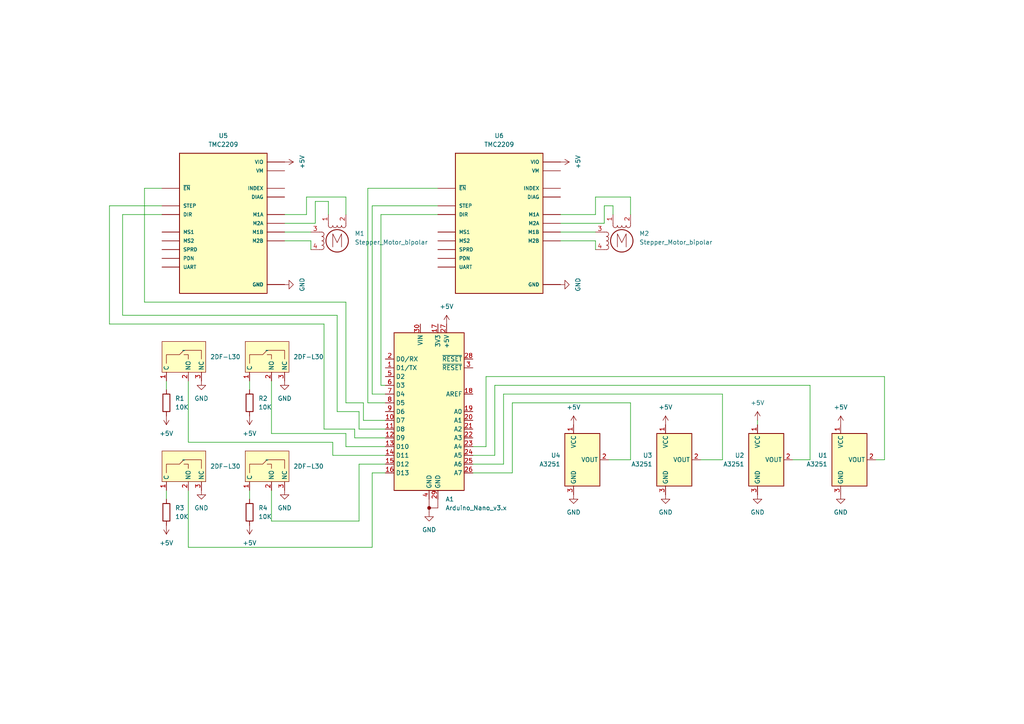
<source format=kicad_sch>
(kicad_sch (version 20230121) (generator eeschema)
  (paper "A4")
  (title_block (title "ANTI PUZZLE") (date "2024-03-18") (comment 1 "•The motor used is a Nema 17") (comment 2 "of the arduino nano") (comment 3 "•Instead of putting the 10K resistors, you can activate the internal pull-up resistors"))
  (lib_symbols
    (symbol "Device:R" (pin_numbers hide) (pin_names (offset 0))
      (property "Reference" "R" (at 2.032 0 90))
      (property "Value" "R" (at 0 0 90))
      (symbol "R_0_1"
        (rectangle (start -1.016 -2.54) (end 1.016 2.54) (stroke (width 0.254)))
      )
      (symbol "R_1_1"
        (pin passive line (at 0 3.81 270) (length 1.27) (name "~") (number "1"))
        (pin passive line (at 0 -3.81 90) (length 1.27) (name "~") (number "2"))
      )
    )
    (symbol "Driver_Motor:TMC2209_SILENTSTEPSTICK" (pin_numbers hide) (pin_names (offset 1.016))
      (property "Reference" "U" (at -12.7 22.86 0))
      (property "Value" "TMC2209_SILENTSTEPSTICK" (at -12.7 -22.86 0))
      (symbol "TMC2209_SILENTSTEPSTICK_0_0"
        (rectangle (start -12.7 -20.32) (end 12.7 20.32) (stroke (width 0.254)) (fill (type background)))
        (pin power_in line (at 17.78 -17.78 180) (length 5.08) (name "GND") (number "1"))
        (pin input line (at -17.78 5.08 0) (length 5.08) (name "STEP") (number "10"))
        (pin bidirectional line (at -17.78 -10.16 0) (length 5.08) (name "PDN") (number "11"))
        (pin bidirectional line (at -17.78 -12.7 0) (length 5.08) (name "UART") (number "12"))
        (pin input line (at -17.78 -7.62 0) (length 5.08) (name "SPRD") (number "13"))
        (pin input line (at -17.78 -5.08 0) (length 5.08) (name "MS2") (number "14"))
        (pin input line (at -17.78 -2.54 0) (length 5.08) (name "MS1") (number "15"))
        (pin input line (at -17.78 10.16 0) (length 5.08) (name "~{EN}") (number "16"))
        (pin output line (at 17.78 10.16 180) (length 5.08) (name "INDEX") (number "17"))
        (pin output line (at 17.78 7.62 180) (length 5.08) (name "DIAG") (number "18"))
        (pin power_in line (at 17.78 17.78 180) (length 5.08) (name "VIO") (number "2"))
        (pin output line (at 17.78 -2.54 180) (length 5.08) (name "M1B") (number "3"))
        (pin output line (at 17.78 2.54 180) (length 5.08) (name "M1A") (number "4"))
        (pin output line (at 17.78 0 180) (length 5.08) (name "M2A") (number "5"))
        (pin output line (at 17.78 -5.08 180) (length 5.08) (name "M2B") (number "6"))
        (pin power_in line (at 17.78 -17.78 180) (length 5.08) (name "GND") (number "7"))
        (pin power_in line (at 17.78 15.24 180) (length 5.08) (name "VM") (number "8"))
        (pin input line (at -17.78 2.54 0) (length 5.08) (name "DIR") (number "9"))
      )
    )
    (symbol "MCU_Module:Arduino_Nano_v3.x"
      (property "Reference" "A" (at -10.16 23.495 0))
      (property "Value" "Arduino_Nano_v3.x" (at 5.08 -24.13 0))
      (symbol "Arduino_Nano_v3.x_0_1"
        (rectangle (start -10.16 22.86) (end 10.16 -22.86) (stroke (width 0.254)) (fill (type background)))
      )
      (symbol "Arduino_Nano_v3.x_1_1"
        (pin bidirectional line (at -12.7 12.7 0) (length 2.54) (name "D1/TX") (number "1"))
        (pin bidirectional line (at -12.7 -2.54 0) (length 2.54) (name "D7") (number "10"))
        (pin bidirectional line (at -12.7 -5.08 0) (length 2.54) (name "D8") (number "11"))
        (pin bidirectional line (at -12.7 -7.62 0) (length 2.54) (name "D9") (number "12"))
        (pin bidirectional line (at -12.7 -10.16 0) (length 2.54) (name "D10") (number "13"))
        (pin bidirectional line (at -12.7 -12.7 0) (length 2.54) (name "D11") (number "14"))
        (pin bidirectional line (at -12.7 -15.24 0) (length 2.54) (name "D12") (number "15"))
        (pin bidirectional line (at -12.7 -17.78 0) (length 2.54) (name "D13") (number "16"))
        (pin power_out line (at 2.54 25.4 270) (length 2.54) (name "3V3") (number "17"))
        (pin input line (at 12.7 5.08 180) (length 2.54) (name "AREF") (number "18"))
        (pin bidirectional line (at 12.7 0 180) (length 2.54) (name "A0") (number "19"))
        (pin bidirectional line (at -12.7 15.24 0) (length 2.54) (name "D0/RX") (number "2"))
        (pin bidirectional line (at 12.7 -2.54 180) (length 2.54) (name "A1") (number "20"))
        (pin bidirectional line (at 12.7 -5.08 180) (length 2.54) (name "A2") (number "21"))
        (pin bidirectional line (at 12.7 -7.62 180) (length 2.54) (name "A3") (number "22"))
        (pin bidirectional line (at 12.7 -10.16 180) (length 2.54) (name "A4") (number "23"))
        (pin bidirectional line (at 12.7 -12.7 180) (length 2.54) (name "A5") (number "24"))
        (pin bidirectional line (at 12.7 -15.24 180) (length 2.54) (name "A6") (number "25"))
        (pin bidirectional line (at 12.7 -17.78 180) (length 2.54) (name "A7") (number "26"))
        (pin power_out line (at 5.08 25.4 270) (length 2.54) (name "+5V") (number "27"))
        (pin input line (at 12.7 15.24 180) (length 2.54) (name "~{RESET}") (number "28"))
        (pin power_in line (at 2.54 -25.4 90) (length 2.54) (name "GND") (number "29"))
        (pin input line (at 12.7 12.7 180) (length 2.54) (name "~{RESET}") (number "3"))
        (pin power_in line (at -2.54 25.4 270) (length 2.54) (name "VIN") (number "30"))
        (pin power_in line (at 0 -25.4 90) (length 2.54) (name "GND") (number "4"))
        (pin bidirectional line (at -12.7 10.16 0) (length 2.54) (name "D2") (number "5"))
        (pin bidirectional line (at -12.7 7.62 0) (length 2.54) (name "D3") (number "6"))
        (pin bidirectional line (at -12.7 5.08 0) (length 2.54) (name "D4") (number "7"))
        (pin bidirectional line (at -12.7 2.54 0) (length 2.54) (name "D5") (number "8"))
        (pin bidirectional line (at -12.7 0 0) (length 2.54) (name "D6") (number "9"))
      )
    )
    (symbol "Motor:Stepper_Motor_bipolar" (pin_names (offset 0) hide)
      (property "Reference" "M" (at 3.81 2.54 0))
      (property "Value" "Stepper_Motor_bipolar" (at 3.81 1.27 0))
      (symbol "Stepper_Motor_bipolar_0_0"
        (polyline (pts (xy -1.27 -1.778) (xy -1.27 2.032) (xy 0 -0.508) (xy 1.27 2.032) (xy 1.27 -1.778)))
      )
      (symbol "Stepper_Motor_bipolar_0_1"
        (arc (start -4.445 -2.54) (mid -3.8127 -1.905) (end -4.445 -1.27))
        (arc (start -4.445 -1.27) (mid -3.8127 -0.635) (end -4.445 0))
        (arc (start -4.445 0) (mid -3.8127 0.635) (end -4.445 1.27))
        (arc (start -4.445 1.27) (mid -3.8127 1.905) (end -4.445 2.54))
        (arc (start -2.54 4.445) (mid -1.905 3.8127) (end -1.27 4.445))
        (arc (start -1.27 4.445) (mid -0.635 3.8127) (end 0 4.445))
        (polyline (pts (xy -5.08 -2.54) (xy -4.445 -2.54)))
        (polyline (pts (xy -5.08 2.54) (xy -4.445 2.54)))
        (polyline (pts (xy -2.54 5.08) (xy -2.54 4.445)))
        (polyline (pts (xy 2.54 5.08) (xy 2.54 4.445)))
        (circle (center 0 0) (radius 3.2512) (stroke (width 0.254)))
        (arc (start 0 4.445) (mid 0.635 3.8127) (end 1.27 4.445))
        (arc (start 1.27 4.445) (mid 1.905 3.8127) (end 2.54 4.445))
      )
      (symbol "Stepper_Motor_bipolar_1_1"
        (pin passive line (at -2.54 7.62 270) (length 2.54) (name "~") (number "1"))
        (pin passive line (at 2.54 7.62 270) (length 2.54) (name "-") (number "2"))
        (pin passive line (at -7.62 2.54 0) (length 2.54) (name "~") (number "3"))
        (pin passive line (at -7.62 -2.54 0) (length 2.54) (name "~") (number "4"))
      )
    )
    (symbol "Sensor:D2F-L30"
      (property "Reference" "2DF-L30" (at 0 3.81 0))
      (symbol "D2F-L30_0_1"
        (polyline (pts (xy 0 -1.27) (xy 1.27 -1.27) (xy 1.27 -2.54)))
        (polyline (pts (xy -5.08 -3.81) (xy -5.08 -2.54) (xy -5.08 -1.27) (xy -3.81 -1.27) (xy -2.54 -1.27) (xy -1.27 -1.27) (xy 0 0) (xy 2.54 0) (xy 3.81 0) (xy 5.08 0) (xy 5.08 -2.54)))
      )
      (symbol "D2F-L30_1_1"
        (rectangle (start -6.35 2.54) (end 6.35 -6.35) (fill (type background)))
        (pin input line (at -5.08 -8.89 90) (length 2.54) (name "C") (number "1"))
        (pin output line (at 1.27 -8.89 90) (length 2.54) (name "NO") (number "2"))
        (pin output line (at 5.08 -8.89 90) (length 2.54) (name "NC") (number "3"))
      )
    )
    (symbol "Sensor_Magnetic:A3251"
      (property "Reference" "U" (at 0 11.43 0))
      (property "Value" "A3251" (at 0 8.89 0))
      (symbol "A3251_0_1"
        (rectangle (start -5.08 7.62) (end 5.08 -7.62) (stroke (width 0.254)) (fill (type background)))
      )
      (symbol "A3251_1_1"
        (pin power_in line (at -2.54 10.16 270) (length 2.54) (name "VCC") (number "1"))
        (pin output line (at 7.62 0 180) (length 2.54) (name "VOUT") (number "2"))
        (pin power_in line (at -2.54 -10.16 90) (length 2.54) (name "GND") (number "3"))
      )
    )
    (symbol "power:+5V" (power) (pin_names (offset 0))
      (property "Value" "+5V" (at 0 3.556 0))
      (symbol "+5V_0_1"
        (polyline (pts (xy -0.762 1.27) (xy 0 2.54)))
        (polyline (pts (xy 0 0) (xy 0 2.54)))
        (polyline (pts (xy 0 2.54) (xy 0.762 1.27)))
      )
      (symbol "+5V_1_1"
        (pin power_in line (at 0 0 90) (length 0) hide (name "+5V") (number "1"))
      )
    )
    (symbol "power:GND" (power) (pin_names (offset 0))
      (property "Value" "GND" (at 0 -3.81 0))
      (symbol "GND_0_1"
        (polyline (pts (xy 0 0) (xy 0 -1.27) (xy 1.27 -1.27) (xy 0 -2.54) (xy -1.27 -1.27) (xy 0 -1.27)))
      )
      (symbol "GND_1_1"
        (pin power_in line (at 0 0 270) (length 0) hide (name "GND") (number "1"))
      )
    )
  )
  (junction (at 124.46 147.32) (color 132 0 0 1))
  (wire (pts (xy 35.56 62.23) (xy 35.56 91.44)))
  (wire (pts (xy 106.68 116.84) (xy 111.76 116.84)))
  (wire (pts (xy 124.46 148.59) (xy 124.46 147.32)) (stroke (width 0) (color 132 0 0 1)))
  (wire (pts (xy 229.87 133.35) (xy 234.95 133.35)))
  (wire (pts (xy 46.99 59.69) (xy 31.75 59.69)))
  (wire (pts (xy 256.54 133.35) (xy 254 133.35)))
  (wire (pts (xy 256.54 109.22) (xy 140.97 109.22)))
  (wire (pts (xy 175.26 64.77) (xy 175.26 59.69)))
  (wire (pts (xy 46.99 62.23) (xy 35.56 62.23)))
  (wire (pts (xy 88.9 57.15) (xy 100.33 57.15)))
  (wire (pts (xy 48.26 110.49) (xy 48.26 113.03)))
  (wire (pts (xy 107.95 114.3) (xy 111.76 114.3)))
  (wire (pts (xy 146.05 114.3) (xy 146.05 134.62)))
  (wire (pts (xy 110.49 62.23) (xy 110.49 111.76)))
  (wire (pts (xy 93.98 124.46) (xy 102.87 124.46)))
  (wire (pts (xy 82.55 67.31) (xy 90.17 67.31)))
  (wire (pts (xy 143.51 111.76) (xy 143.51 132.08)))
  (wire (pts (xy 41.91 87.63) (xy 100.33 87.63)))
  (wire (pts (xy 48.26 142.24) (xy 48.26 144.78)))
  (wire (pts (xy 96.52 128.27) (xy 96.52 132.08)))
  (wire (pts (xy 100.33 129.54) (xy 111.76 129.54)))
  (wire (pts (xy 148.59 137.16) (xy 137.16 137.16)))
  (wire (pts (xy 100.33 87.63) (xy 100.33 116.84)))
  (wire (pts (xy 140.97 109.22) (xy 140.97 129.54)))
  (wire (pts (xy 162.56 67.31) (xy 172.72 67.31)))
  (wire (pts (xy 107.95 158.75) (xy 107.95 137.16)))
  (wire (pts (xy 91.44 58.42) (xy 95.25 58.42)))
  (wire (pts (xy 127 54.61) (xy 106.68 54.61)))
  (wire (pts (xy 54.61 158.75) (xy 54.61 142.24)))
  (wire (pts (xy 31.75 93.98) (xy 93.98 93.98)))
  (wire (pts (xy 127 144.78) (xy 127 147.32)) (stroke (width 0) (color 132 0 0 1)))
  (wire (pts (xy 104.14 119.38) (xy 104.14 124.46)))
  (wire (pts (xy 107.95 137.16) (xy 111.76 137.16)))
  (wire (pts (xy 46.99 54.61) (xy 41.91 54.61)))
  (wire (pts (xy 72.39 110.49) (xy 72.39 113.03)))
  (wire (pts (xy 96.52 132.08) (xy 111.76 132.08)))
  (wire (pts (xy 82.55 69.85) (xy 90.17 69.85)))
  (wire (pts (xy 175.26 59.69) (xy 177.8 59.69)))
  (wire (pts (xy 78.74 151.13) (xy 104.14 151.13)))
  (wire (pts (xy 97.79 91.44) (xy 97.79 119.38)))
  (wire (pts (xy 137.16 134.62) (xy 146.05 134.62)))
  (wire (pts (xy 78.74 110.49) (xy 78.74 125.73)))
  (wire (pts (xy 219.71 123.19) (xy 219.71 121.92)))
  (wire (pts (xy 127 62.23) (xy 110.49 62.23)))
  (wire (pts (xy 54.61 128.27) (xy 96.52 128.27)))
  (wire (pts (xy 105.41 116.84) (xy 105.41 121.92)))
  (wire (pts (xy 41.91 54.61) (xy 41.91 87.63)))
  (wire (pts (xy 31.75 59.69) (xy 31.75 93.98)))
  (wire (pts (xy 54.61 158.75) (xy 107.95 158.75)))
  (wire (pts (xy 182.88 116.84) (xy 148.59 116.84)))
  (wire (pts (xy 95.25 58.42) (xy 95.25 62.23)))
  (wire (pts (xy 177.8 59.69) (xy 177.8 62.23)))
  (wire (pts (xy 97.79 119.38) (xy 104.14 119.38)))
  (wire (pts (xy 148.59 116.84) (xy 148.59 137.16)))
  (wire (pts (xy 102.87 127) (xy 111.76 127)))
  (wire (pts (xy 140.97 129.54) (xy 137.16 129.54)))
  (wire (pts (xy 110.49 111.76) (xy 111.76 111.76)))
  (wire (pts (xy 35.56 91.44) (xy 97.79 91.44)))
  (wire (pts (xy 100.33 57.15) (xy 100.33 62.23)))
  (wire (pts (xy 127 59.69) (xy 107.95 59.69)))
  (wire (pts (xy 104.14 124.46) (xy 111.76 124.46)))
  (wire (pts (xy 82.55 64.77) (xy 91.44 64.77)))
  (wire (pts (xy 105.41 121.92) (xy 111.76 121.92)))
  (wire (pts (xy 102.87 124.46) (xy 102.87 127)))
  (wire (pts (xy 124.46 147.32) (xy 124.46 144.78)) (stroke (width 0) (color 132 0 0 1)))
  (wire (pts (xy 172.72 57.15) (xy 182.88 57.15)))
  (wire (pts (xy 172.72 69.85) (xy 172.72 72.39)))
  (wire (pts (xy 182.88 57.15) (xy 182.88 62.23)))
  (wire (pts (xy 88.9 62.23) (xy 88.9 57.15)))
  (wire (pts (xy 100.33 116.84) (xy 105.41 116.84)))
  (wire (pts (xy 82.55 62.23) (xy 88.9 62.23)))
  (wire (pts (xy 209.55 114.3) (xy 146.05 114.3)))
  (wire (pts (xy 93.98 93.98) (xy 93.98 124.46)))
  (wire (pts (xy 182.88 133.35) (xy 182.88 116.84)))
  (wire (pts (xy 162.56 64.77) (xy 175.26 64.77)))
  (wire (pts (xy 256.54 133.35) (xy 256.54 109.22)))
  (wire (pts (xy 172.72 62.23) (xy 172.72 57.15)))
  (wire (pts (xy 90.17 69.85) (xy 90.17 72.39)))
  (wire (pts (xy 234.95 133.35) (xy 234.95 111.76)))
  (wire (pts (xy 72.39 142.24) (xy 72.39 144.78)))
  (wire (pts (xy 234.95 111.76) (xy 143.51 111.76)))
  (wire (pts (xy 91.44 64.77) (xy 91.44 58.42)))
  (wire (pts (xy 137.16 132.08) (xy 143.51 132.08)))
  (wire (pts (xy 203.2 133.35) (xy 209.55 133.35)))
  (wire (pts (xy 209.55 133.35) (xy 209.55 114.3)))
  (wire (pts (xy 78.74 142.24) (xy 78.74 151.13)))
  (wire (pts (xy 78.74 125.73) (xy 100.33 125.73)))
  (wire (pts (xy 54.61 110.49) (xy 54.61 128.27)))
  (wire (pts (xy 107.95 59.69) (xy 107.95 114.3)))
  (wire (pts (xy 106.68 54.61) (xy 106.68 116.84)))
  (wire (pts (xy 162.56 69.85) (xy 172.72 69.85)))
  (wire (pts (xy 124.46 147.32) (xy 127 147.32)) (stroke (width 0) (color 132 0 0 1)))
  (wire (pts (xy 176.53 133.35) (xy 182.88 133.35)))
  (wire (pts (xy 104.14 151.13) (xy 104.14 134.62)))
  (wire (pts (xy 104.14 134.62) (xy 111.76 134.62)))
  (wire (pts (xy 100.33 125.73) (xy 100.33 129.54)))
  (wire (pts (xy 162.56 62.23) (xy 172.72 62.23)))
  (symbol (lib_id "power:GND") (at 58.42 142.24 0) (unit 1)
    (property "Reference" "#PWR017" (effects hide))
    (property "Value" "GND" (at 58.42 147.32 0))
  )
  (symbol (lib_id "power:+5V") (at 72.39 152.4 180) (unit 1)
    (property "Reference" "#PWR016" (effects hide))
    (property "Value" "+5V" (at 72.39 157.48 0))
  )
  (symbol (lib_id "power:+5V") (at 48.26 120.65 180) (unit 1)
    (property "Reference" "#PWR011" (effects hide))
    (property "Value" "+5V" (at 48.26 125.73 0))
  )
  (symbol (lib_id "Motor:Stepper_Motor_bipolar") (at 97.79 69.85 0) (unit 1)
    (property "Reference" "M1" (at 102.87 67.7291 0) (effects (justify left)))
    (property "Value" "Stepper_Motor_bipolar" (at 102.87 70.2691 0) (effects (justify left)))
    (property "Datasheet" "http://www.infineon.com/dgdl/Application-Note-TLE8110EE_driving_UniPolarStepperMotor_V1.1.pdf?fileId=db3a30431be39b97011be5d0aa0a00b0" (effects hide))
  )
  (symbol (lib_id "power:GND") (at 243.84 143.51 0) (unit 1)
    (property "Reference" "#PWR07" (effects hide))
    (property "Value" "GND" (at 243.84 148.59 0))
  )
  (symbol (lib_id "Sensor_Magnetic:A3251") (at 168.91 133.35 0) (unit 1)
    (property "Reference" "U4" (at 162.56 132.08 0) (effects (justify right)))
    (property "Value" "A3251" (at 162.56 134.62 0) (effects (justify right)))
    (property "Footprint" "Package_TO_SOT_SMD:SOT-23W" (effects hide))
    (property "Datasheet" "http://www.allegromicro.com/~/media/Files/Datasheets/A1301-2-Datasheet.ashx" (effects hide))
  )
  (symbol (lib_id "power:+5V") (at 72.39 120.65 180) (unit 1)
    (property "Reference" "#PWR012" (effects hide))
    (property "Value" "+5V" (at 72.39 125.73 0))
  )
  (symbol (lib_id "power:+5V") (at 166.37 123.19 0) (unit 1)
    (property "Reference" "#PWR01" (effects hide))
    (property "Value" "+5V" (at 166.37 118.11 0))
  )
  (symbol (lib_id "Driver_Motor:TMC2209_SILENTSTEPSTICK") (at 64.77 64.77 0) (unit 1)
    (property "Reference" "U5" (at 64.77 39.37 0))
    (property "Value" "TMC2209" (at 64.77 41.91 0))
    (property "Footprint" "TMC2209_SILENTSTEPSTICK:MODULE_TMC2209_SILENTSTEPSTICK" (effects hide))
    (property "MF" "Trinamic Motion Control GmbH" (effects hide))
    (property "Description" "\nTMC2209 Motor Controller/Driver Power Management Evaluation Board\n" (effects hide))
    (property "Package" "None" (effects hide))
    (property "Price" "None" (effects hide))
    (property "Check_prices" "https://www.snapeda.com/parts/TMC2209%20SILENTSTEPSTICK/Trinamic+Motion+Control+GmbH/view-part/?ref=eda" (effects hide))
    (property "STANDARD" "Manufacturer Recommendations" (effects hide))
    (property "PARTREV" "1.20" (effects hide))
    (property "SnapEDA_Link" "https://www.snapeda.com/parts/TMC2209%20SILENTSTEPSTICK/Trinamic+Motion+Control+GmbH/view-part/?ref=snap" (effects hide))
    (property "MP" "TMC2209 SILENTSTEPSTICK" (effects hide))
    (property "MANUFACTURER" "Trinamic Motion Control GmbH" (effects hide))
    (property "Availability" "In Stock" (effects hide))
    (property "SNAPEDA_PN" "TMC2209 SILENTSTEPSTICK" (effects hide))
  )
  (symbol (lib_id "Device:R") (at 48.26 148.59 0) (unit 1)
    (property "Reference" "R3" (at 50.8 147.32 0) (effects (justify left)))
    (property "Value" "10K" (at 50.8 149.86 0) (effects (justify left)))
  )
  (symbol (lib_id "power:GND") (at 82.55 142.24 0) (unit 1)
    (property "Reference" "#PWR018" (effects hide))
    (property "Value" "GND" (at 82.55 147.32 0))
  )
  (symbol (lib_id "power:+5V") (at 48.26 152.4 180) (unit 1)
    (property "Reference" "#PWR015" (effects hide))
    (property "Value" "+5V" (at 48.26 157.48 0))
  )
  (symbol (lib_id "Sensor_Magnetic:A3251") (at 195.58 133.35 0) (unit 1)
    (property "Reference" "U3" (at 189.23 132.08 0) (effects (justify right)))
    (property "Value" "A3251" (at 189.23 134.62 0) (effects (justify right)))
    (property "Footprint" "Package_TO_SOT_SMD:SOT-23W" (effects hide))
    (property "Datasheet" "http://www.allegromicro.com/~/media/Files/Datasheets/A1301-2-Datasheet.ashx" (effects hide))
  )
  (symbol (lib_id "power:+5V") (at 243.84 123.19 0) (unit 1)
    (property "Reference" "#PWR08" (effects hide))
    (property "Value" "+5V" (at 243.84 118.11 0))
  )
  (symbol (lib_id "Device:R") (at 72.39 148.59 0) (unit 1)
    (property "Reference" "R4" (at 74.93 147.32 0) (effects (justify left)))
    (property "Value" "10K" (at 74.93 149.86 0) (effects (justify left)))
  )
  (symbol (lib_id "Sensor:D2F-L30") (at 53.34 101.6 0) (unit 1)
    (property "Reference" "2DF-L30" (at 60.96 103.505 0) (effects (justify left)))
    (property "Value" "~" (at 53.34 101.6 0))
  )
  (symbol (lib_id "Sensor_Magnetic:A3251") (at 222.25 133.35 0) (unit 1)
    (property "Reference" "U2" (at 215.9 132.08 0) (effects (justify right)))
    (property "Value" "A3251" (at 215.9 134.62 0) (effects (justify right)))
    (property "Footprint" "Package_TO_SOT_SMD:SOT-23W" (effects hide))
    (property "Datasheet" "http://www.allegromicro.com/~/media/Files/Datasheets/A1301-2-Datasheet.ashx" (effects hide))
  )
  (symbol (lib_id "power:+5V") (at 162.56 46.99 270) (unit 1)
    (property "Reference" "#PWR022" (effects hide))
    (property "Value" "+5V" (at 167.64 46.99 0))
  )
  (symbol (lib_id "power:GND") (at 58.42 110.49 0) (unit 1)
    (property "Reference" "#PWR013" (effects hide))
    (property "Value" "GND" (at 58.42 115.57 0))
  )
  (symbol (lib_id "Device:R") (at 72.39 116.84 0) (unit 1)
    (property "Reference" "R2" (at 74.93 115.57 0) (effects (justify left)))
    (property "Value" "10K" (at 74.93 118.11 0) (effects (justify left)))
  )
  (symbol (lib_id "MCU_Module:Arduino_Nano_v3.x") (at 124.46 119.38 0) (unit 1)
    (property "Reference" "A1" (at 129.1941 144.78 0) (effects (justify left)))
    (property "Value" "Arduino_Nano_v3.x" (at 129.1941 147.32 0) (effects (justify left)))
    (property "Footprint" "Module:Arduino_Nano" (effects hide))
    (property "Datasheet" "http://www.mouser.com/pdfdocs/Gravitech_Arduino_Nano3_0.pdf" (effects hide))
  )
  (symbol (lib_id "power:GND") (at 82.55 82.55 90) (unit 1)
    (property "Reference" "#PWR019" (effects hide))
    (property "Value" "GND" (at 87.63 82.55 0))
  )
  (symbol (lib_id "Sensor:D2F-L30") (at 53.34 133.35 0) (unit 1)
    (property "Reference" "2DF-L30" (at 60.96 135.255 0) (effects (justify left)))
    (property "Value" "~" (at 53.34 133.35 0))
  )
  (symbol (lib_id "power:GND") (at 193.04 143.51 0) (unit 1)
    (property "Reference" "#PWR03" (effects hide))
    (property "Value" "GND" (at 193.04 148.59 0))
  )
  (symbol (lib_id "Driver_Motor:TMC2209_SILENTSTEPSTICK") (at 144.78 64.77 0) (unit 1)
    (property "Reference" "U6" (at 144.78 39.37 0))
    (property "Value" "TMC2209" (at 144.78 41.91 0))
    (property "Footprint" "TMC2209_SILENTSTEPSTICK:MODULE_TMC2209_SILENTSTEPSTICK" (effects hide))
    (property "MF" "Trinamic Motion Control GmbH" (effects hide))
    (property "Description" "\nTMC2209 Motor Controller/Driver Power Management Evaluation Board\n" (effects hide))
    (property "Package" "None" (effects hide))
    (property "Price" "None" (effects hide))
    (property "Check_prices" "https://www.snapeda.com/parts/TMC2209%20SILENTSTEPSTICK/Trinamic+Motion+Control+GmbH/view-part/?ref=eda" (effects hide))
    (property "STANDARD" "Manufacturer Recommendations" (effects hide))
    (property "PARTREV" "1.20" (effects hide))
    (property "SnapEDA_Link" "https://www.snapeda.com/parts/TMC2209%20SILENTSTEPSTICK/Trinamic+Motion+Control+GmbH/view-part/?ref=snap" (effects hide))
    (property "MP" "TMC2209 SILENTSTEPSTICK" (effects hide))
    (property "MANUFACTURER" "Trinamic Motion Control GmbH" (effects hide))
    (property "Availability" "In Stock" (effects hide))
    (property "SNAPEDA_PN" "TMC2209 SILENTSTEPSTICK" (effects hide))
  )
  (symbol (lib_id "power:GND") (at 162.56 82.55 90) (unit 1)
    (property "Reference" "#PWR021" (effects hide))
    (property "Value" "GND" (at 167.64 82.55 0))
  )
  (symbol (lib_id "Sensor:D2F-L30") (at 77.47 101.6 0) (unit 1)
    (property "Reference" "2DF-L30" (at 85.09 103.505 0) (effects (justify left)))
    (property "Value" "~" (at 77.47 101.6 0))
  )
  (symbol (lib_id "power:GND") (at 82.55 110.49 0) (unit 1)
    (property "Reference" "#PWR014" (effects hide))
    (property "Value" "GND" (at 82.55 115.57 0))
  )
  (symbol (lib_id "power:+5V") (at 82.55 46.99 270) (unit 1)
    (property "Reference" "#PWR020" (effects hide))
    (property "Value" "+5V" (at 87.63 46.99 0))
  )
  (symbol (lib_id "power:+5V") (at 219.71 121.92 0) (unit 1)
    (property "Reference" "#PWR05" (effects hide))
    (property "Value" "+5V" (at 219.71 116.84 0))
  )
  (symbol (lib_id "power:GND") (at 166.37 143.51 0) (unit 1)
    (property "Reference" "#PWR02" (effects hide))
    (property "Value" "GND" (at 166.37 148.59 0))
  )
  (symbol (lib_id "Motor:Stepper_Motor_bipolar") (at 180.34 69.85 0) (unit 1)
    (property "Reference" "M2" (at 185.42 67.7291 0) (effects (justify left)))
    (property "Value" "Stepper_Motor_bipolar" (at 185.42 70.2691 0) (effects (justify left)))
    (property "Datasheet" "http://www.infineon.com/dgdl/Application-Note-TLE8110EE_driving_UniPolarStepperMotor_V1.1.pdf?fileId=db3a30431be39b97011be5d0aa0a00b0" (effects hide))
  )
  (symbol (lib_id "power:GND") (at 219.71 143.51 0) (unit 1)
    (property "Reference" "#PWR06" (effects hide))
    (property "Value" "GND" (at 219.71 148.59 0))
  )
  (symbol (lib_id "Sensor_Magnetic:A3251") (at 246.38 133.35 0) (unit 1)
    (property "Reference" "U1" (at 240.03 132.08 0) (effects (justify right)))
    (property "Value" "A3251" (at 240.03 134.62 0) (effects (justify right)))
    (property "Footprint" "Package_TO_SOT_SMD:SOT-23W" (effects hide))
    (property "Datasheet" "http://www.allegromicro.com/~/media/Files/Datasheets/A1301-2-Datasheet.ashx" (effects hide))
  )
  (symbol (lib_id "power:+5V") (at 193.04 123.19 0) (unit 1)
    (property "Reference" "#PWR04" (effects hide))
    (property "Value" "+5V" (at 193.04 118.11 0))
  )
  (symbol (lib_id "Sensor:D2F-L30") (at 77.47 133.35 0) (unit 1)
    (property "Reference" "2DF-L30" (at 85.09 135.255 0) (effects (justify left)))
    (property "Value" "~" (at 77.47 133.35 0))
  )
  (symbol (lib_id "power:+5V") (at 129.54 93.98 0) (unit 1)
    (property "Reference" "#PWR010" (effects hide))
    (property "Value" "+5V" (at 129.54 88.9 0))
  )
  (symbol (lib_id "power:GND") (at 124.46 148.59 0) (unit 1)
    (property "Reference" "#PWR09" (effects hide))
    (property "Value" "GND" (at 124.46 153.67 0))
  )
  (symbol (lib_id "Device:R") (at 48.26 116.84 0) (unit 1)
    (property "Reference" "R1" (at 50.8 115.57 0) (effects (justify left)))
    (property "Value" "10K" (at 50.8 118.11 0) (effects (justify left)))
  )
)
</source>
